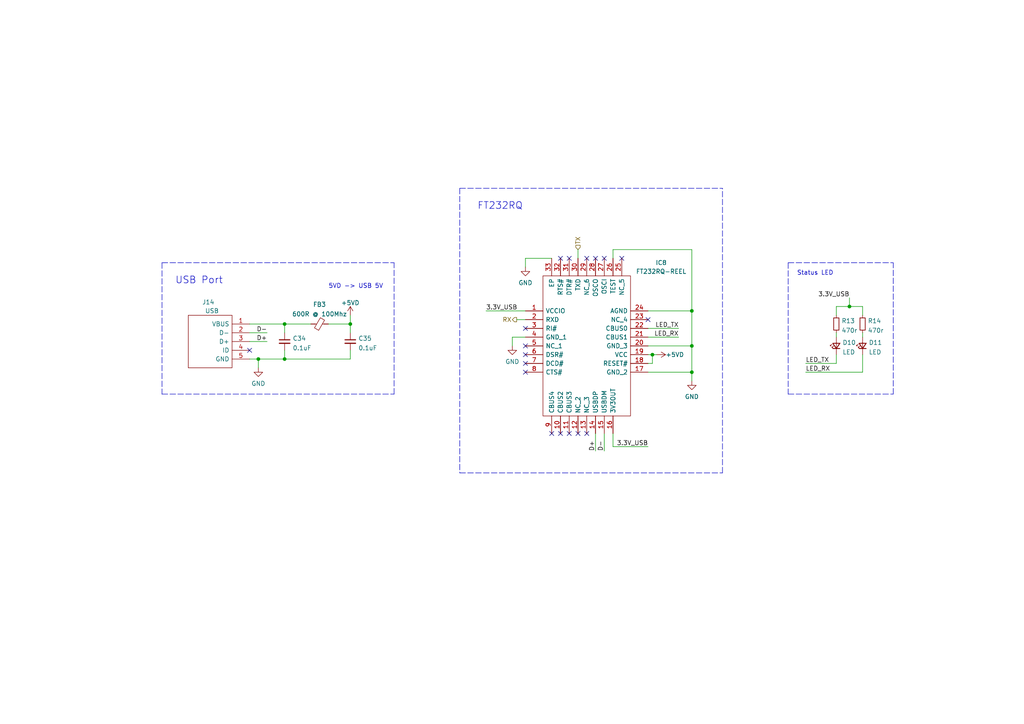
<source format=kicad_sch>
(kicad_sch (version 20211123) (generator eeschema)
  (paper "A4")
  (lib_symbols
    (symbol "47346-0001:47346-0001" (pin_names (offset 0.762))
      (property "Reference" "J" (at 13.97 22.86 0))
      (property "Value" "47346-0001" (at 13.97 20.32 0))
      (symbol "47346-0001_0_0"
        (pin passive line (at 10.16 0 90) (length 5.08) (name "VBUS") (number "1"))
        (pin passive line (at 7.62 0 90) (length 5.08) (name "D-") (number "2"))
        (pin passive line (at 5.08 0 90) (length 5.08) (name "D+") (number "3"))
        (pin passive line (at 2.54 0 90) (length 5.08) (name "ID") (number "4"))
        (pin passive line (at 0 0 90) (length 5.08) (name "GND") (number "5"))
      )
      (symbol "47346-0001_0_1"
        (polyline (pts (xy -2.54 17.78) (xy 12.7 17.78) (xy 12.7 5.08) (xy -2.54 5.08) (xy -2.54 17.78)) (stroke (width 0.1524)))
      )
    )
    (symbol "Device:C_Small" (pin_numbers hide) (pin_names (offset 0.254) hide)
      (property "Reference" "C" (at 0.254 1.778 0))
      (property "Value" "C_Small" (at 0.254 -2.032 0))
      (symbol "C_Small_0_1"
        (polyline (pts (xy -1.524 -0.508) (xy 1.524 -0.508)) (stroke (width 0.3302)))
        (polyline (pts (xy -1.524 0.508) (xy 1.524 0.508)) (stroke (width 0.3048)))
      )
      (symbol "C_Small_1_1"
        (pin passive line (at 0 2.54 270) (length 2.032) (name "~") (number "1"))
        (pin passive line (at 0 -2.54 90) (length 2.032) (name "~") (number "2"))
      )
    )
    (symbol "Device:FerriteBead_Small" (pin_numbers hide) (pin_names (offset 0))
      (property "Reference" "FB" (at 1.905 1.27 0))
      (property "Value" "FerriteBead_Small" (at 1.905 -1.27 0))
      (symbol "FerriteBead_Small_0_1"
        (polyline (pts (xy 0 -1.27) (xy 0 -0.7874)))
        (polyline (pts (xy 0 0.889) (xy 0 1.2954)))
        (polyline (pts (xy -1.8288 0.2794) (xy -1.1176 1.4986) (xy 1.8288 -0.2032) (xy 1.1176 -1.4224) (xy -1.8288 0.2794)))
      )
      (symbol "FerriteBead_Small_1_1"
        (pin passive line (at 0 2.54 270) (length 1.27) (name "~") (number "1"))
        (pin passive line (at 0 -2.54 90) (length 1.27) (name "~") (number "2"))
      )
    )
    (symbol "Device:LED_Small" (pin_numbers hide) (pin_names (offset 0.254) hide)
      (property "Reference" "D" (at -1.27 3.175 0))
      (property "Value" "LED_Small" (at -4.445 -2.54 0))
      (symbol "LED_Small_0_1"
        (polyline (pts (xy -0.762 -1.016) (xy -0.762 1.016)) (stroke (width 0.254)))
        (polyline (pts (xy 1.016 0) (xy -0.762 0)))
        (polyline (pts (xy 0.762 -1.016) (xy -0.762 0) (xy 0.762 1.016) (xy 0.762 -1.016)) (stroke (width 0.254)))
        (polyline (pts (xy 0 0.762) (xy -0.508 1.27) (xy -0.254 1.27) (xy -0.508 1.27) (xy -0.508 1.016)))
        (polyline (pts (xy 0.508 1.27) (xy 0 1.778) (xy 0.254 1.778) (xy 0 1.778) (xy 0 1.524)))
      )
      (symbol "LED_Small_1_1"
        (pin passive line (at -2.54 0 0) (length 1.778) (name "K") (number "1"))
        (pin passive line (at 2.54 0 180) (length 1.778) (name "A") (number "2"))
      )
    )
    (symbol "Device:R_Small" (pin_numbers hide) (pin_names (offset 0.254) hide)
      (property "Reference" "R" (at 0.762 0.508 0))
      (property "Value" "R_Small" (at 0.762 -1.016 0))
      (symbol "R_Small_0_1"
        (rectangle (start -0.762 1.778) (end 0.762 -1.778) (stroke (width 0.2032)))
      )
      (symbol "R_Small_1_1"
        (pin passive line (at 0 2.54 270) (length 0.762) (name "~") (number "1"))
        (pin passive line (at 0 -2.54 90) (length 0.762) (name "~") (number "2"))
      )
    )
    (symbol "FT232RQ-REEL:FT232RQ-REEL" (pin_names (offset 0.762))
      (property "Reference" "IC" (at 31.75 15.24 0))
      (property "Value" "FT232RQ-REEL" (at 31.75 12.7 0))
      (symbol "FT232RQ-REEL_0_0"
        (pin passive line (at 0 0 0) (length 5.08) (name "VCCIO") (number "1"))
        (pin passive line (at 10.16 -35.56 90) (length 5.08) (name "CBUS2") (number "10"))
        (pin passive line (at 12.7 -35.56 90) (length 5.08) (name "CBUS3") (number "11"))
        (pin passive line (at 15.24 -35.56 90) (length 5.08) (name "NC_2") (number "12"))
        (pin passive line (at 17.78 -35.56 90) (length 5.08) (name "NC_3") (number "13"))
        (pin passive line (at 20.32 -35.56 90) (length 5.08) (name "USBDP") (number "14"))
        (pin passive line (at 22.86 -35.56 90) (length 5.08) (name "USBDM") (number "15"))
        (pin passive line (at 25.4 -35.56 90) (length 5.08) (name "3V3OUT") (number "16"))
        (pin passive line (at 35.56 -17.78 180) (length 5.08) (name "GND_2") (number "17"))
        (pin passive line (at 35.56 -15.24 180) (length 5.08) (name "RESET#") (number "18"))
        (pin passive line (at 35.56 -12.7 180) (length 5.08) (name "VCC") (number "19"))
        (pin passive line (at 0 -2.54 0) (length 5.08) (name "RXD") (number "2"))
        (pin passive line (at 35.56 -10.16 180) (length 5.08) (name "GND_3") (number "20"))
        (pin passive line (at 35.56 -7.62 180) (length 5.08) (name "CBUS1") (number "21"))
        (pin passive line (at 35.56 -5.08 180) (length 5.08) (name "CBUS0") (number "22"))
        (pin passive line (at 35.56 -2.54 180) (length 5.08) (name "NC_4") (number "23"))
        (pin passive line (at 35.56 0 180) (length 5.08) (name "AGND") (number "24"))
        (pin passive line (at 27.94 15.24 270) (length 5.08) (name "NC_5") (number "25"))
        (pin passive line (at 25.4 15.24 270) (length 5.08) (name "TEST") (number "26"))
        (pin passive line (at 22.86 15.24 270) (length 5.08) (name "OSCI") (number "27"))
        (pin passive line (at 20.32 15.24 270) (length 5.08) (name "OSCO") (number "28"))
        (pin passive line (at 17.78 15.24 270) (length 5.08) (name "NC_6") (number "29"))
        (pin passive line (at 0 -5.08 0) (length 5.08) (name "RI#") (number "3"))
        (pin passive line (at 15.24 15.24 270) (length 5.08) (name "TXD") (number "30"))
        (pin passive line (at 12.7 15.24 270) (length 5.08) (name "DTR#") (number "31"))
        (pin passive line (at 10.16 15.24 270) (length 5.08) (name "RTS#") (number "32"))
        (pin passive line (at 7.62 15.24 270) (length 5.08) (name "EP") (number "33"))
        (pin passive line (at 0 -7.62 0) (length 5.08) (name "GND_1") (number "4"))
        (pin passive line (at 0 -10.16 0) (length 5.08) (name "NC_1") (number "5"))
        (pin passive line (at 0 -12.7 0) (length 5.08) (name "DSR#") (number "6"))
        (pin passive line (at 0 -15.24 0) (length 5.08) (name "DCD#") (number "7"))
        (pin passive line (at 0 -17.78 0) (length 5.08) (name "CTS#") (number "8"))
        (pin passive line (at 7.62 -35.56 90) (length 5.08) (name "CBUS4") (number "9"))
      )
      (symbol "FT232RQ-REEL_0_1"
        (polyline (pts (xy 5.08 10.16) (xy 30.48 10.16) (xy 30.48 -30.48) (xy 5.08 -30.48) (xy 5.08 10.16)) (stroke (width 0.1524)))
      )
    )
    (symbol "power:+5VD" (power) (pin_names (offset 0))
      (property "Value" "+5VD" (at 0 3.556 0))
      (symbol "+5VD_0_1"
        (polyline (pts (xy -0.762 1.27) (xy 0 2.54)))
        (polyline (pts (xy 0 0) (xy 0 2.54)))
        (polyline (pts (xy 0 2.54) (xy 0.762 1.27)))
      )
      (symbol "+5VD_1_1"
        (pin power_in line (at 0 0 90) (length 0) hide (name "+5VD") (number "1"))
      )
    )
    (symbol "power:GND" (power) (pin_names (offset 0))
      (property "Value" "GND" (at 0 -3.81 0))
      (symbol "GND_0_1"
        (polyline (pts (xy 0 0) (xy 0 -1.27) (xy 1.27 -1.27) (xy 0 -2.54) (xy -1.27 -1.27) (xy 0 -1.27)))
      )
      (symbol "GND_1_1"
        (pin power_in line (at 0 0 270) (length 0) hide (name "GND") (number "1"))
      )
    )
  )
  (junction (at 189.23 102.87))
  (junction (at 82.55 93.98))
  (junction (at 200.66 100.33))
  (junction (at 101.6 93.98))
  (junction (at 200.66 107.95))
  (junction (at 200.66 90.17))
  (junction (at 82.55 104.14))
  (junction (at 74.93 104.14))
  (junction (at 246.38 88.9))
  (no_connect (at 170.18 125.73))
  (no_connect (at 165.1 125.73))
  (no_connect (at 162.56 125.73))
  (no_connect (at 167.64 125.73))
  (no_connect (at 160.02 125.73))
  (no_connect (at 152.4 95.25))
  (no_connect (at 152.4 102.87))
  (no_connect (at 152.4 105.41))
  (no_connect (at 152.4 107.95))
  (no_connect (at 187.96 92.71))
  (no_connect (at 152.4 100.33))
  (no_connect (at 72.39 101.6))
  (no_connect (at 175.26 74.93))
  (no_connect (at 170.18 74.93))
  (no_connect (at 172.72 74.93))
  (no_connect (at 180.34 74.93))
  (no_connect (at 162.56 74.93))
  (no_connect (at 165.1 74.93))
  (wire (pts (xy 187.96 95.25) (xy 196.85 95.25)))
  (wire (pts (xy 148.59 97.79) (xy 148.59 100.33)))
  (polyline (pts (xy 46.99 76.2) (xy 46.99 114.3)))
  (wire (pts (xy 101.6 96.52) (xy 101.6 93.98)))
  (wire (pts (xy 72.39 93.98) (xy 82.55 93.98)))
  (wire (pts (xy 152.4 97.79) (xy 148.59 97.79)))
  (wire (pts (xy 82.55 101.6) (xy 82.55 104.14)))
  (polyline (pts (xy 133.35 137.16) (xy 209.55 137.16)))
  (wire (pts (xy 175.26 125.73) (xy 175.26 130.81)))
  (wire (pts (xy 101.6 101.6) (xy 101.6 104.14)))
  (wire (pts (xy 82.55 96.52) (xy 82.55 93.98)))
  (wire (pts (xy 177.8 72.39) (xy 200.66 72.39)))
  (wire (pts (xy 187.96 105.41) (xy 189.23 105.41)))
  (polyline (pts (xy 209.55 137.16) (xy 209.55 54.61)))
  (wire (pts (xy 246.38 88.9) (xy 242.57 88.9)))
  (wire (pts (xy 187.96 90.17) (xy 200.66 90.17)))
  (wire (pts (xy 82.55 104.14) (xy 74.93 104.14)))
  (polyline (pts (xy 228.6 76.2) (xy 228.6 114.3)))
  (polyline (pts (xy 228.6 114.3) (xy 259.08 114.3)))
  (wire (pts (xy 189.23 102.87) (xy 187.96 102.87)))
  (wire (pts (xy 189.23 105.41) (xy 189.23 102.87)))
  (wire (pts (xy 149.86 92.71) (xy 152.4 92.71)))
  (wire (pts (xy 72.39 96.52) (xy 77.47 96.52)))
  (wire (pts (xy 242.57 88.9) (xy 242.57 91.44)))
  (wire (pts (xy 101.6 91.44) (xy 101.6 93.98)))
  (wire (pts (xy 250.19 88.9) (xy 246.38 88.9)))
  (wire (pts (xy 200.66 90.17) (xy 200.66 100.33)))
  (polyline (pts (xy 133.35 54.61) (xy 133.35 137.16)))
  (wire (pts (xy 189.23 102.87) (xy 190.5 102.87)))
  (wire (pts (xy 172.72 125.73) (xy 172.72 130.81)))
  (wire (pts (xy 242.57 105.41) (xy 233.68 105.41)))
  (wire (pts (xy 233.68 107.95) (xy 250.19 107.95)))
  (wire (pts (xy 200.66 100.33) (xy 200.66 107.95)))
  (polyline (pts (xy 46.99 114.3) (xy 114.3 114.3)))
  (wire (pts (xy 250.19 91.44) (xy 250.19 88.9)))
  (wire (pts (xy 250.19 96.52) (xy 250.19 97.79)))
  (wire (pts (xy 101.6 104.14) (xy 82.55 104.14)))
  (wire (pts (xy 187.96 129.54) (xy 177.8 129.54)))
  (wire (pts (xy 72.39 104.14) (xy 74.93 104.14)))
  (polyline (pts (xy 46.99 76.2) (xy 114.3 76.2)))
  (wire (pts (xy 242.57 102.87) (xy 242.57 105.41)))
  (wire (pts (xy 160.02 74.93) (xy 152.4 74.93)))
  (wire (pts (xy 250.19 107.95) (xy 250.19 102.87)))
  (wire (pts (xy 177.8 129.54) (xy 177.8 125.73)))
  (polyline (pts (xy 228.6 76.2) (xy 259.08 76.2)))
  (wire (pts (xy 140.97 90.17) (xy 152.4 90.17)))
  (wire (pts (xy 246.38 86.36) (xy 246.38 88.9)))
  (wire (pts (xy 74.93 104.14) (xy 74.93 106.68)))
  (wire (pts (xy 177.8 74.93) (xy 177.8 72.39)))
  (polyline (pts (xy 259.08 114.3) (xy 259.08 76.2)))
  (polyline (pts (xy 114.3 114.3) (xy 114.3 76.2)))
  (wire (pts (xy 200.66 107.95) (xy 200.66 110.49)))
  (wire (pts (xy 187.96 97.79) (xy 196.85 97.79)))
  (wire (pts (xy 200.66 72.39) (xy 200.66 90.17)))
  (wire (pts (xy 167.64 72.39) (xy 167.64 74.93)))
  (wire (pts (xy 187.96 100.33) (xy 200.66 100.33)))
  (wire (pts (xy 187.96 107.95) (xy 200.66 107.95)))
  (wire (pts (xy 152.4 74.93) (xy 152.4 77.47)))
  (wire (pts (xy 72.39 99.06) (xy 77.47 99.06)))
  (wire (pts (xy 82.55 93.98) (xy 90.17 93.98)))
  (wire (pts (xy 101.6 93.98) (xy 95.25 93.98)))
  (wire (pts (xy 242.57 96.52) (xy 242.57 97.79)))
  (polyline (pts (xy 133.35 54.61) (xy 209.55 54.61)))
  (text "FT232RQ" (at 138.43 60.96 0) (effects (font (size 2 2)) (justify left bottom)))
  (text "5VD -> USB 5V" (at 95.25 83.82 0) (effects (font (size 1.27 1.27)) (justify left bottom)))
  (text "Status LED" (at 231.14 80.01 0) (effects (font (size 1.27 1.27)) (justify left bottom)))
  (text "USB Port" (at 50.8 82.55 0) (effects (font (size 2 2)) (justify left bottom)))
  (label "D-" (at 77.47 96.52 180))
  (label "LED_RX" (at 196.85 97.79 180))
  (label "D+" (at 172.72 130.81 90))
  (label "3.3V_USB" (at 140.97 90.17 0))
  (label "LED_TX" (at 233.68 105.41 0))
  (label "D+" (at 77.47 99.06 180))
  (label "3.3V_USB" (at 187.96 129.54 180))
  (label "LED_RX" (at 233.68 107.95 0))
  (label "LED_TX" (at 196.85 95.25 180))
  (label "D-" (at 175.26 130.81 90))
  (label "3.3V_USB" (at 246.38 86.36 180))
  (hierarchical_label "TX" (shape input) (at 167.64 72.39 90))
  (hierarchical_label "RX" (shape output) (at 149.86 92.71 180))
  (symbol (lib_id "power:GND") (at 200.66 110.49 0) (unit 1)
    (property "Reference" "#PWR070" (effects hide))
    (property "Value" "GND" (at 200.66 115.0525 0))
  )
  (symbol (lib_id "power:GND") (at 148.59 100.33 0) (unit 1)
    (property "Reference" "#PWR067" (effects hide))
    (property "Value" "GND" (at 148.59 104.8925 0))
  )
  (symbol (lib_id "Device:R_Small") (at 250.19 93.98 0) (unit 1)
    (property "Reference" "R14" (at 251.6886 93.0715 0) (effects (justify left)))
    (property "Value" "470r" (at 251.6886 95.8466 0) (effects (justify left)))
    (property "Footprint" "Resistor_SMD:R_0603_1608Metric_Pad0.98x0.95mm_HandSolder" (effects hide))
  )
  (symbol (lib_id "power:+5VD") (at 101.6 91.44 0) (unit 1)
    (property "Reference" "#PWR066" (effects hide))
    (property "Value" "+5VD" (at 101.6 87.8355 0))
  )
  (symbol (lib_id "Device:FerriteBead_Small") (at 92.71 93.98 90) (unit 1)
    (property "Reference" "FB3" (at 92.6719 88.3117 90))
    (property "Value" "600R @ 100Mhz" (at 92.6719 91.0868 90))
    (property "Footprint" "Inductor_SMD:L_0603_1608Metric_Pad1.05x0.95mm_HandSolder" (effects hide))
  )
  (symbol (lib_id "Device:C_Small") (at 101.6 99.06 0) (unit 1)
    (property "Reference" "C35" (at 103.9241 98.1578 0) (effects (justify left)))
    (property "Value" "0.1uF" (at 103.9241 100.9329 0) (effects (justify left)))
    (property "Footprint" "Capacitor_SMD:C_0603_1608Metric_Pad1.08x0.95mm_HandSolder" (effects hide))
  )
  (symbol (lib_id "Device:LED_Small") (at 250.19 100.33 90) (unit 1)
    (property "Reference" "D11" (at 251.968 99.358 90) (effects (justify right)))
    (property "Value" "LED" (at 251.968 102.1331 90) (effects (justify right)))
    (property "Footprint" "LED_SMD:LED_0603_1608Metric_Pad1.05x0.95mm_HandSolder" (effects hide))
  )
  (symbol (lib_id "power:+5VD") (at 190.5 102.87 270) (unit 1)
    (property "Reference" "#PWR069" (effects hide))
    (property "Value" "+5VD" (at 193.04 102.87 90) (effects (justify left)))
  )
  (symbol (lib_id "47346-0001:47346-0001") (at 72.39 104.14 90) (unit 1)
    (property "Reference" "J14" (at 62.23 87.63 90) (effects (justify left)))
    (property "Value" "USB" (at 63.5 90.17 90) (effects (justify left)))
    (property "Footprint" "library:47346-0001" (effects hide))
    (property "Datasheet" "http://www.molex.com/pdm_docs/sd/473460001_sd.pdf" (effects hide))
    (property "Description" "Micro USB B Receptacle Bottom Mount Assy Molex Right Angle SMT Type B Version 2.0 Micro USB Connector Socket, 30 V ac, 1A 47352 MICRO-USB" (effects hide))
    (property "Manufacturer_Name" "Molex" (effects hide))
    (property "Manufacturer_Part_Number" "47346-0001" (effects hide))
    (property "Mouser Part Number" "538-47346-0001" (effects hide))
    (property "Mouser Price/Stock" "https://www.mouser.co.uk/ProductDetail/Molex/47346-0001?qs=c2CV6XM0DweJBWaSeyWeCw%3D%3D" (effects hide))
  )
  (symbol (lib_id "Device:C_Small") (at 82.55 99.06 0) (unit 1)
    (property "Reference" "C34" (at 84.8741 98.1578 0) (effects (justify left)))
    (property "Value" "0.1uF" (at 84.8741 100.9329 0) (effects (justify left)))
    (property "Footprint" "Capacitor_SMD:C_0603_1608Metric_Pad1.08x0.95mm_HandSolder" (effects hide))
  )
  (symbol (lib_id "Device:LED_Small") (at 242.57 100.33 90) (unit 1)
    (property "Reference" "D10" (at 244.348 99.358 90) (effects (justify right)))
    (property "Value" "LED" (at 244.348 102.1331 90) (effects (justify right)))
    (property "Footprint" "LED_SMD:LED_0603_1608Metric_Pad1.05x0.95mm_HandSolder" (effects hide))
  )
  (symbol (lib_id "power:GND") (at 74.93 106.68 0) (unit 1)
    (property "Reference" "#PWR065" (effects hide))
    (property "Value" "GND" (at 74.93 111.2425 0))
  )
  (symbol (lib_id "power:GND") (at 152.4 77.47 0) (unit 1)
    (property "Reference" "#PWR068" (effects hide))
    (property "Value" "GND" (at 152.4 82.0325 0))
  )
  (symbol (lib_id "FT232RQ-REEL:FT232RQ-REEL") (at 152.4 90.17 0) (unit 1)
    (property "Reference" "IC8" (at 191.77 76.2 0))
    (property "Value" "FT232RQ-REEL" (at 191.77 78.74 0))
    (property "Footprint" "library:QFN50P500X500X90-33N-D" (effects hide))
    (property "Datasheet" "https://www.mouser.in/datasheet/2/163/DS_FT232R-11534.pdf" (effects hide))
    (property "Description" "USB Interface IC USB to Serial UART Enhanced IC QFN-32" (effects hide))
    (property "Height" "0.9" (effects hide))
    (property "Manufacturer_Name" "FTDI Chip" (effects hide))
    (property "Manufacturer_Part_Number" "FT232RQ-REEL" (effects hide))
    (property "Mouser Part Number" "895-FT232RQ" (effects hide))
    (property "Mouser Price/Stock" "https://www.mouser.co.uk/ProductDetail/FTDI/FT232RQ-REEL?qs=D1%2FPMqvA103VVcOzf7gfmQ%3D%3D" (effects hide))
    (property "Arrow Part Number" "FT232RQ-REEL" (effects hide))
    (property "Arrow Price/Stock" "https://www.arrow.com/en/products/ft232rq-reel/ftdi-chip?region=nac" (effects hide))
  )
  (symbol (lib_id "Device:R_Small") (at 242.57 93.98 0) (unit 1)
    (property "Reference" "R13" (at 244.0686 93.0715 0) (effects (justify left)))
    (property "Value" "470r" (at 244.0686 95.8466 0) (effects (justify left)))
    (property "Footprint" "Resistor_SMD:R_0603_1608Metric_Pad0.98x0.95mm_HandSolder" (effects hide))
  )
)
</source>
